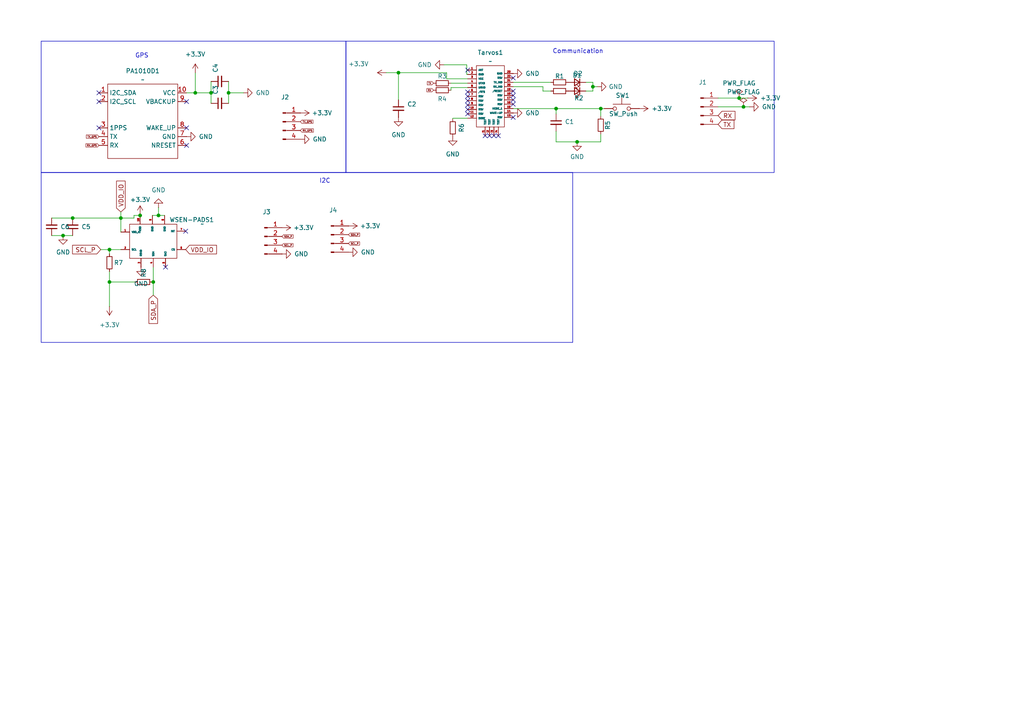
<source format=kicad_sch>
(kicad_sch (version 20231120) (generator "eeschema") (generator_version "8.0")
  (paper "A4")
  (lib_symbols
    (symbol "Connector:Conn_01x04_Pin" (pin_names (offset 1.016) hide)
      (property "Reference" "J" (at 0 5.08 0))
      (property "Value" "Conn_01x04_Pin" (at 0 -7.62 0))
      (symbol "Conn_01x04_Pin_1_1"
        (polyline (pts (xy 1.27 -5.08) (xy 0.8636 -5.08)) (stroke (width 0.1524)))
        (polyline (pts (xy 1.27 -2.54) (xy 0.8636 -2.54)) (stroke (width 0.1524)))
        (polyline (pts (xy 1.27 0) (xy 0.8636 0)) (stroke (width 0.1524)))
        (polyline (pts (xy 1.27 2.54) (xy 0.8636 2.54)) (stroke (width 0.1524)))
        (rectangle (start 0.8636 -4.953) (end 0 -5.207) (stroke (width 0.1524)) (fill (type outline)))
        (rectangle (start 0.8636 -2.413) (end 0 -2.667) (stroke (width 0.1524)) (fill (type outline)))
        (rectangle (start 0.8636 0.127) (end 0 -0.127) (stroke (width 0.1524)) (fill (type outline)))
        (rectangle (start 0.8636 2.667) (end 0 2.413) (stroke (width 0.1524)) (fill (type outline)))
        (pin passive line (at 5.08 2.54 180) (length 3.81) (name "Pin_1") (number "1"))
        (pin passive line (at 5.08 0 180) (length 3.81) (name "Pin_2") (number "2"))
        (pin passive line (at 5.08 -2.54 180) (length 3.81) (name "Pin_3") (number "3"))
        (pin passive line (at 5.08 -5.08 180) (length 3.81) (name "Pin_4") (number "4"))
      )
    )
    (symbol "Device:C_Small" (pin_numbers hide) (pin_names (offset 0.254) hide)
      (property "Reference" "C" (at 0.254 1.778 0))
      (property "Value" "C_Small" (at 0.254 -2.032 0))
      (symbol "C_Small_0_1"
        (polyline (pts (xy -1.524 -0.508) (xy 1.524 -0.508)) (stroke (width 0.3302)))
        (polyline (pts (xy -1.524 0.508) (xy 1.524 0.508)) (stroke (width 0.3048)))
      )
      (symbol "C_Small_1_1"
        (pin passive line (at 0 2.54 270) (length 2.032) (name "~") (number "1"))
        (pin passive line (at 0 -2.54 90) (length 2.032) (name "~") (number "2"))
      )
    )
    (symbol "Device:LED_Small" (pin_numbers hide) (pin_names (offset 0.254) hide)
      (property "Reference" "D" (at -1.27 3.175 0))
      (property "Value" "LED_Small" (at -4.445 -2.54 0))
      (symbol "LED_Small_0_1"
        (polyline (pts (xy -0.762 -1.016) (xy -0.762 1.016)) (stroke (width 0.254)))
        (polyline (pts (xy 1.016 0) (xy -0.762 0)))
        (polyline (pts (xy 0.762 -1.016) (xy -0.762 0) (xy 0.762 1.016) (xy 0.762 -1.016)) (stroke (width 0.254)))
        (polyline (pts (xy 0 0.762) (xy -0.508 1.27) (xy -0.254 1.27) (xy -0.508 1.27) (xy -0.508 1.016)))
        (polyline (pts (xy 0.508 1.27) (xy 0 1.778) (xy 0.254 1.778) (xy 0 1.778) (xy 0 1.524)))
      )
      (symbol "LED_Small_1_1"
        (pin passive line (at -2.54 0 0) (length 1.778) (name "K") (number "1"))
        (pin passive line (at 2.54 0 180) (length 1.778) (name "A") (number "2"))
      )
    )
    (symbol "Device:R_Small" (pin_numbers hide) (pin_names (offset 0.254) hide)
      (property "Reference" "R" (at 0.762 0.508 0))
      (property "Value" "R_Small" (at 0.762 -1.016 0))
      (symbol "R_Small_0_1"
        (rectangle (start -0.762 1.778) (end 0.762 -1.778) (stroke (width 0.2032)))
      )
      (symbol "R_Small_1_1"
        (pin passive line (at 0 2.54 270) (length 0.762) (name "~") (number "1"))
        (pin passive line (at 0 -2.54 90) (length 0.762) (name "~") (number "2"))
      )
    )
    (symbol "PA1010D:PA1010D"
      (property "Reference" "PA1010D" (at 0 3.048 0))
      (symbol "PA1010D_0_1"
        (rectangle (start -8.89 0) (end 11.43 -21.59))
      )
      (symbol "PA1010D_1_1"
        (pin input line (at -11.43 -2.54 0) (length 2.54) (name "I2C_SDA") (number "1"))
        (pin power_in line (at 13.97 -2.54 180) (length 2.54) (name "VCC") (number "10"))
        (pin input line (at -11.43 -5.08 0) (length 2.54) (name "I2C_SCL") (number "2"))
        (pin input line (at -11.43 -12.7 0) (length 2.54) (name "1PPS") (number "3"))
        (pin output line (at -11.43 -15.24 0) (length 2.54) (name "TX") (number "4"))
        (pin input line (at -11.43 -17.78 0) (length 2.54) (name "RX") (number "5"))
        (pin input line (at 13.97 -17.78 180) (length 2.54) (name "NRESET") (number "6"))
        (pin power_in line (at 13.97 -15.24 180) (length 2.54) (name "GND") (number "7"))
        (pin input line (at 13.97 -12.7 180) (length 2.54) (name "WAKE_UP") (number "8"))
        (pin power_in line (at 13.97 -5.08 180) (length 2.54) (name "VBACKUP") (number "9"))
      )
    )
    (symbol "Switch:SW_Push" (pin_numbers hide) (pin_names (offset 1.016) hide)
      (property "Reference" "SW" (at 1.27 2.54 0))
      (property "Value" "SW_Push" (at 0 -1.524 0))
      (symbol "SW_Push_0_1"
        (circle (center -2.032 0) (radius 0.508))
        (polyline (pts (xy 0 1.27) (xy 0 3.048)))
        (polyline (pts (xy 2.54 1.27) (xy -2.54 1.27)))
        (circle (center 2.032 0) (radius 0.508))
        (pin passive line (at -5.08 0 0) (length 2.54) (name "1") (number "1"))
        (pin passive line (at 5.08 0 180) (length 2.54) (name "2") (number "2"))
      )
    )
    (symbol "Tarvos III:Tarvos"
      (property "Reference" "Tarvos" (at 0 0 0))
      (symbol "Tarvos_0_1"
        (rectangle (start -3.81 -1.27) (end 4.318 -19.05))
      )
      (symbol "Tarvos_1_1"
        (pin input line (at -6.35 -2.54 0) (length 2.54) (name "ANT") (number "1"))
        (pin input line (at -6.35 -13.97 0) (length 2.54) (name "RSV") (number "10"))
        (pin input line (at -6.35 -15.24 0) (length 2.54) (name "RSV") (number "11"))
        (pin input line (at -6.35 -16.51 0) (length 2.54) (name "BOOT") (number "12"))
        (pin input line (at 6.858 -16.256 180) (length 2.54) (name "RSV") (number "13"))
        (pin input line (at 6.858 -14.986 180) (length 2.54) (name "WAKE-UP") (number "14"))
        (pin input line (at 6.858 -13.716 180) (length 2.54) (name "MODE_1") (number "15"))
        (pin input line (at 6.858 -12.446 180) (length 2.54) (name "RSV") (number "16"))
        (pin input line (at 6.858 -11.176 180) (length 2.54) (name "RSV") (number "17"))
        (pin input line (at 6.858 -9.906 180) (length 2.54) (name "RSV") (number "18"))
        (pin input line (at 6.858 -8.636 180) (length 2.54) (name "/RESET") (number "19"))
        (pin input line (at -6.35 -3.81 0) (length 2.54) (name "GND") (number "2"))
        (pin input line (at 6.858 -7.366 180) (length 2.54) (name "RX_IND") (number "20"))
        (pin input line (at 6.858 -6.096 180) (length 2.54) (name "TX_IND") (number "21"))
        (pin input line (at 6.858 -4.826 180) (length 2.54) (name "RSV") (number "22"))
        (pin input line (at 6.858 -3.556 180) (length 2.54) (name "GND") (number "23"))
        (pin input line (at -6.35 -5.08 0) (length 2.54) (name "VCC") (number "3"))
        (pin input line (at -6.35 -6.35 0) (length 2.54) (name "UTXD") (number "4"))
        (pin input line (at -6.35 -7.62 0) (length 2.54) (name "URXD") (number "5"))
        (pin input line (at -6.35 -8.89 0) (length 2.54) (name "/RTS") (number "6"))
        (pin input line (at -6.35 -10.16 0) (length 2.54) (name "RSV") (number "7"))
        (pin input line (at -6.35 -11.43 0) (length 2.54) (name "RSV") (number "8"))
        (pin input line (at -6.35 -12.7 0) (length 2.54) (name "RSV") (number "9"))
        (pin input line (at -1.27 -21.59 90) (length 2.54) (name "TEST") (number "i1"))
        (pin input line (at 0 -21.59 90) (length 2.54) (name "TEST") (number "i2"))
        (pin input line (at 1.27 -21.59 90) (length 2.54) (name "TEST") (number "i3"))
        (pin input line (at 2.54 -21.59 90) (length 2.54) (name "TEST") (number "i4"))
      )
    )
    (symbol "WSEN-PADS:WSEN-PADS"
      (property "Reference" "WSEN-PADS" (at 0 -8.128 0))
      (symbol "WSEN-PADS_0_1"
        (rectangle (start -6.604 -4.064) (end 7.112 -13.97))
      )
      (symbol "WSEN-PADS_1_1"
        (pin input line (at -9.144 -6.35 0) (length 2.54) (name "VDD_IO") (number "1"))
        (pin input line (at -3.556 -1.524 270) (length 2.54) (name "VDD") (number "10"))
        (pin input line (at -9.144 -11.43 0) (length 2.54) (name "SCL") (number "2"))
        (pin input line (at -3.302 -16.51 90) (length 2.54) (name "RSVD") (number "3"))
        (pin input line (at 0.254 -16.51 90) (length 2.54) (name "SDA") (number "4"))
        (pin input line (at 3.81 -16.51 90) (length 2.54) (name "SAO") (number "5"))
        (pin input line (at 9.652 -11.43 180) (length 2.54) (name "CS") (number "6"))
        (pin input line (at 9.652 -6.096 180) (length 2.54) (name "INT") (number "7"))
        (pin input line (at 3.556 -1.524 270) (length 2.54) (name "GND") (number "8"))
        (pin input line (at 0 -1.524 270) (length 2.54) (name "GND") (number "9"))
      )
    )
    (symbol "power:+3.3V" (power) (pin_numbers hide) (pin_names (offset 0) hide)
      (property "Value" "+3.3V" (at 0 3.556 0))
      (symbol "+3.3V_0_1"
        (polyline (pts (xy -0.762 1.27) (xy 0 2.54)))
        (polyline (pts (xy 0 0) (xy 0 2.54)))
        (polyline (pts (xy 0 2.54) (xy 0.762 1.27)))
      )
      (symbol "+3.3V_1_1"
        (pin power_in line (at 0 0 90) (length 0) (name "~") (number "1"))
      )
    )
    (symbol "power:GND" (power) (pin_numbers hide) (pin_names (offset 0) hide)
      (property "Value" "GND" (at 0 -3.81 0))
      (symbol "GND_0_1"
        (polyline (pts (xy 0 0) (xy 0 -1.27) (xy 1.27 -1.27) (xy 0 -2.54) (xy -1.27 -1.27) (xy 0 -1.27)))
      )
      (symbol "GND_1_1"
        (pin power_in line (at 0 0 270) (length 0) (name "~") (number "1"))
      )
    )
    (symbol "power:PWR_FLAG" (power) (pin_numbers hide) (pin_names (offset 0) hide)
      (property "Value" "PWR_FLAG" (at 0 3.81 0))
      (symbol "PWR_FLAG_0_0"
        (pin power_out line (at 0 0 90) (length 0) (name "~") (number "1"))
      )
      (symbol "PWR_FLAG_0_1"
        (polyline (pts (xy 0 0) (xy 0 1.27) (xy -1.016 1.905) (xy 0 2.54) (xy 1.016 1.905) (xy 0 1.27)))
      )
    )
  )
  (junction (at 21.082 63.246))
  (junction (at 31.75 81.788))
  (junction (at 66.294 26.924))
  (junction (at 171.958 25.146))
  (junction (at 35.052 63.246))
  (junction (at 56.642 26.924))
  (junction (at 18.288 68.326))
  (junction (at 61.214 26.924))
  (junction (at 215.646 30.988))
  (junction (at 174.244 31.496))
  (junction (at 115.57 21.082))
  (junction (at 40.64 62.484))
  (junction (at 161.29 31.496))
  (junction (at 45.974 62.484))
  (junction (at 214.376 28.448))
  (junction (at 167.386 41.148))
  (junction (at 31.75 72.39))
  (junction (at 44.45 81.788))
  (no_connect (at 140.716 39.37))
  (no_connect (at 148.844 30.226))
  (no_connect (at 141.986 39.37))
  (no_connect (at 144.526 39.37))
  (no_connect (at 135.636 26.67))
  (no_connect (at 135.636 30.48))
  (no_connect (at 148.844 28.956))
  (no_connect (at 54.102 42.164))
  (no_connect (at 148.844 26.416))
  (no_connect (at 54.102 37.084))
  (no_connect (at 143.256 39.37))
  (no_connect (at 135.636 31.75))
  (no_connect (at 135.636 33.02))
  (no_connect (at 148.844 27.686))
  (no_connect (at 148.844 22.606))
  (no_connect (at 28.702 29.464))
  (no_connect (at 148.844 34.036))
  (no_connect (at 54.102 29.464))
  (no_connect (at 53.848 67.056))
  (no_connect (at 28.702 26.924))
  (no_connect (at 48.006 77.47))
  (no_connect (at 135.636 20.32))
  (no_connect (at 135.636 29.21))
  (no_connect (at 135.636 27.94))
  (no_connect (at 28.702 37.084))
  (wire (pts (xy 173.228 25.146) (xy 171.958 25.146)))
  (wire (pts (xy 66.294 26.924) (xy 70.612 26.924)))
  (wire (pts (xy 159.766 23.876) (xy 148.844 23.876)))
  (wire (pts (xy 44.45 77.47) (xy 44.45 81.788)))
  (wire (pts (xy 31.75 81.788) (xy 39.116 81.788)))
  (wire (pts (xy 40.64 62.23) (xy 40.64 62.484)))
  (wire (pts (xy 161.29 31.496) (xy 174.244 31.496)))
  (wire (pts (xy 66.294 23.622) (xy 66.294 26.924)))
  (wire (pts (xy 44.196 81.788) (xy 44.45 81.788)))
  (wire (pts (xy 56.642 21.082) (xy 56.642 26.924)))
  (wire (pts (xy 14.986 63.246) (xy 21.082 63.246)))
  (wire (pts (xy 31.75 72.39) (xy 35.052 72.39)))
  (wire (pts (xy 157.48 26.416) (xy 157.48 25.146)))
  (wire (pts (xy 38.862 63.246) (xy 38.862 62.484)))
  (wire (pts (xy 129.54 22.86) (xy 135.636 22.86)))
  (wire (pts (xy 217.424 30.988) (xy 215.646 30.988)))
  (wire (pts (xy 35.052 61.468) (xy 35.052 63.246)))
  (wire (pts (xy 54.102 26.924) (xy 56.642 26.924)))
  (wire (pts (xy 45.974 62.484) (xy 47.752 62.484)))
  (wire (pts (xy 130.81 25.4) (xy 130.81 26.162)))
  (wire (pts (xy 216.916 28.448) (xy 214.376 28.448)))
  (wire (pts (xy 31.75 81.788) (xy 31.75 78.74)))
  (wire (pts (xy 135.636 34.29) (xy 131.318 34.29)))
  (wire (pts (xy 135.382 18.796) (xy 135.382 21.59)))
  (wire (pts (xy 129.54 21.082) (xy 129.54 22.86)))
  (wire (pts (xy 31.75 88.9) (xy 31.75 81.788)))
  (wire (pts (xy 31.75 73.66) (xy 31.75 72.39)))
  (wire (pts (xy 159.766 26.416) (xy 157.48 26.416)))
  (wire (pts (xy 169.926 23.876) (xy 171.958 23.876)))
  (wire (pts (xy 61.214 26.924) (xy 61.214 29.972)))
  (wire (pts (xy 130.81 24.13) (xy 135.636 24.13)))
  (wire (pts (xy 35.052 63.246) (xy 35.052 67.31)))
  (wire (pts (xy 167.386 41.148) (xy 174.244 41.148)))
  (wire (pts (xy 21.082 63.246) (xy 35.052 63.246)))
  (wire (pts (xy 214.376 28.448) (xy 208.28 28.448)))
  (wire (pts (xy 174.244 31.496) (xy 174.244 33.782)))
  (wire (pts (xy 45.974 60.198) (xy 45.974 62.484)))
  (wire (pts (xy 215.646 30.988) (xy 208.28 30.988)))
  (wire (pts (xy 18.288 68.326) (xy 21.082 68.326)))
  (wire (pts (xy 171.958 25.146) (xy 171.958 26.416)))
  (wire (pts (xy 128.778 18.796) (xy 135.382 18.796)))
  (wire (pts (xy 29.21 72.39) (xy 31.75 72.39)))
  (wire (pts (xy 135.382 21.59) (xy 135.636 21.59)))
  (wire (pts (xy 148.844 31.496) (xy 161.29 31.496)))
  (wire (pts (xy 61.214 23.622) (xy 61.214 26.924)))
  (wire (pts (xy 135.636 25.4) (xy 130.81 25.4)))
  (wire (pts (xy 115.57 21.082) (xy 115.57 28.956)))
  (wire (pts (xy 14.986 68.326) (xy 18.288 68.326)))
  (wire (pts (xy 171.958 23.876) (xy 171.958 25.146)))
  (wire (pts (xy 161.29 41.148) (xy 167.386 41.148)))
  (wire (pts (xy 66.294 26.924) (xy 66.294 29.972)))
  (wire (pts (xy 174.244 41.148) (xy 174.244 38.862)))
  (wire (pts (xy 115.57 21.082) (xy 129.54 21.082)))
  (wire (pts (xy 56.642 26.924) (xy 61.214 26.924)))
  (wire (pts (xy 157.48 25.146) (xy 148.844 25.146)))
  (wire (pts (xy 38.862 62.484) (xy 40.64 62.484)))
  (wire (pts (xy 161.29 31.496) (xy 161.29 33.02)))
  (wire (pts (xy 44.196 62.484) (xy 45.974 62.484)))
  (wire (pts (xy 131.318 34.29) (xy 131.318 34.544)))
  (wire (pts (xy 112.014 21.082) (xy 115.57 21.082)))
  (wire (pts (xy 169.926 26.416) (xy 171.958 26.416)))
  (wire (pts (xy 35.052 63.246) (xy 38.862 63.246)))
  (wire (pts (xy 174.244 31.496) (xy 175.26 31.496)))
  (wire (pts (xy 44.45 81.788) (xy 44.45 85.598)))
  (wire (pts (xy 161.29 38.1) (xy 161.29 41.148)))
  (rectangle (start 11.938 50.038) (end 166.116 99.314))
  (rectangle (start 11.938 11.938) (end 100.33 50.038))
  (rectangle (start 100.33 11.938) (end 224.536 50.038))
  (text "Communication" (at 167.64 14.986 0) (effects (font (size 1.27 1.27))))
  (text "GPS\n" (at 41.148 16.256 0) (effects (font (size 1.27 1.27))))
  (text "I2C" (at 94.234 52.578 0) (effects (font (size 1.27 1.27))))
  (global_label "SCL_P" (shape input) (at 81.788 71.12 0) (effects (font (size 0.5 0.5))) (property "Intersheetrefs" "${INTERSHEET_REFS}" (effects (hide yes))))
  (global_label "SDA_P" (shape input) (at 101.092 68.072 0) (effects (font (size 0.5 0.5))) (property "Intersheetrefs" "${INTERSHEET_REFS}" (effects (hide yes))))
  (global_label "SCL_P" (shape input) (at 29.21 72.39 180) (property "Intersheetrefs" "${INTERSHEET_REFS}" (effects (hide yes))))
  (global_label "TX_GPS" (shape input) (at 28.702 39.624 180) (effects (font (size 0.5 0.5))) (property "Intersheetrefs" "${INTERSHEET_REFS}" (effects (hide yes))))
  (global_label "RX_GPS" (shape input) (at 87.122 37.846 0) (effects (font (size 0.5 0.5))) (property "Intersheetrefs" "${INTERSHEET_REFS}" (effects (hide yes))))
  (global_label "SDA_P" (shape input) (at 44.45 85.598 270) (property "Intersheetrefs" "${INTERSHEET_REFS}" (effects (hide yes))))
  (global_label "TX" (shape input) (at 125.73 24.13 180) (effects (font (size 0.5 0.5))) (property "Intersheetrefs" "${INTERSHEET_REFS}" (effects (hide yes))))
  (global_label "RX" (shape input) (at 125.73 26.162 180) (effects (font (size 0.5 0.5))) (property "Intersheetrefs" "${INTERSHEET_REFS}" (effects (hide yes))))
  (global_label "TX_GPS" (shape input) (at 87.122 35.306 0) (effects (font (size 0.5 0.5))) (property "Intersheetrefs" "${INTERSHEET_REFS}" (effects (hide yes))))
  (global_label "VDD_IO" (shape input) (at 35.052 61.468 90) (property "Intersheetrefs" "${INTERSHEET_REFS}" (effects (hide yes))))
  (global_label "SCL_P" (shape input) (at 101.092 70.612 0) (effects (font (size 0.5 0.5))) (property "Intersheetrefs" "${INTERSHEET_REFS}" (effects (hide yes))))
  (global_label "TX" (shape input) (at 208.28 36.068 0) (property "Intersheetrefs" "${INTERSHEET_REFS}" (effects (hide yes))))
  (global_label "VDD_IO" (shape input) (at 53.848 72.39 0) (property "Intersheetrefs" "${INTERSHEET_REFS}" (effects (hide yes))))
  (global_label "RX" (shape input) (at 208.28 33.528 0) (property "Intersheetrefs" "${INTERSHEET_REFS}" (effects (hide yes))))
  (global_label "SDA_P" (shape input) (at 81.788 68.58 0) (effects (font (size 0.5 0.5))) (property "Intersheetrefs" "${INTERSHEET_REFS}" (effects (hide yes))))
  (global_label "RX_GPS" (shape input) (at 28.702 42.164 180) (effects (font (size 0.5 0.5))) (property "Intersheetrefs" "${INTERSHEET_REFS}" (effects (hide yes))))
  (symbol (lib_id "Device:R_Small") (at 128.27 24.13 90) (unit 1)
    (property "Reference" "R3" (at 128.27 22.098 90))
    (property "Value" "1000" (effects (hide yes)))
    (property "Footprint" "Resistor_SMD:R_0402_1005Metric" (effects (hide yes)))
    (property "Description" "Resistor, small symbol" (effects (hide yes)))
  )
  (symbol (lib_id "power:GND") (at 45.974 60.198 180) (unit 1)
    (property "Reference" "#PWR016" (effects (hide yes)))
    (property "Value" "GND" (at 45.974 55.118 0))
    (property "Description" "Power symbol creates a global label with name \"GND\" , ground" (effects (hide yes)))
  )
  (symbol (lib_id "power:GND") (at 167.386 41.148 0) (unit 1)
    (property "Reference" "#PWR04" (effects (hide yes)))
    (property "Value" "GND" (at 167.386 45.466 0))
    (property "Description" "Power symbol creates a global label with name \"GND\" , ground" (effects (hide yes)))
  )
  (symbol (lib_id "power:GND") (at 148.844 32.766 90) (unit 1)
    (property "Reference" "#PWR02" (effects (hide yes)))
    (property "Value" "GND" (at 152.4 32.7659 90) (effects (justify right)))
    (property "Description" "Power symbol creates a global label with name \"GND\" , ground" (effects (hide yes)))
  )
  (symbol (lib_id "Device:C_Small") (at 63.754 29.972 90) (unit 1)
    (property "Reference" "C3" (at 62.4902 27.432 0) (effects (justify left)))
    (property "Value" "100u" (effects (hide yes)))
    (property "Footprint" "Capacitor_SMD:C_0402_1005Metric" (effects (hide yes)))
    (property "Description" "Unpolarized capacitor, small symbol" (effects (hide yes)))
  )
  (symbol (lib_id "power:GND") (at 131.318 39.624 0) (unit 1)
    (property "Reference" "#PWR011" (effects (hide yes)))
    (property "Value" "GND" (at 131.318 44.704 0))
    (property "Description" "Power symbol creates a global label with name \"GND\" , ground" (effects (hide yes)))
  )
  (symbol (lib_id "power:PWR_FLAG") (at 215.646 30.988 0) (unit 1)
    (property "Reference" "#FLG02" (effects (hide yes)))
    (property "Value" "PWR_FLAG" (at 215.646 26.67 0))
    (property "Description" "Special symbol for telling ERC where power comes from" (effects (hide yes)))
  )
  (symbol (lib_id "power:+3.3V") (at 216.916 28.448 270) (unit 1)
    (property "Reference" "#PWR09" (effects (hide yes)))
    (property "Value" "+3.3V" (at 220.472 28.4479 90) (effects (justify left)))
    (property "Description" "Power symbol creates a global label with name \"+3.3V\"" (effects (hide yes)))
  )
  (symbol (lib_id "Device:R_Small") (at 41.656 81.788 90) (unit 1)
    (property "Reference" "R8" (at 41.656 80.518 0) (effects (justify left)))
    (property "Value" "2.2k" (effects (hide yes)))
    (property "Footprint" "Resistor_SMD:R_0402_1005Metric" (effects (hide yes)))
    (property "Description" "Resistor, small symbol" (effects (hide yes)))
  )
  (symbol (lib_id "power:+3.3V") (at 185.42 31.496 270) (unit 1)
    (property "Reference" "#PWR03" (effects (hide yes)))
    (property "Value" "+3.3V" (at 188.976 31.4959 90) (effects (justify left)))
    (property "Description" "Power symbol creates a global label with name \"+3.3V\"" (effects (hide yes)))
  )
  (symbol (lib_id "Device:R_Small") (at 162.306 23.876 90) (unit 1)
    (property "Reference" "R1" (at 162.306 22.098 90))
    (property "Value" "220" (effects (hide yes)))
    (property "Footprint" "Resistor_SMD:R_0402_1005Metric" (effects (hide yes)))
    (property "Description" "Resistor, small symbol" (effects (hide yes)))
  )
  (symbol (lib_id "power:GND") (at 18.288 68.326 0) (unit 1)
    (property "Reference" "#PWR024" (effects (hide yes)))
    (property "Value" "GND" (at 18.288 73.152 0))
    (property "Description" "Power symbol creates a global label with name \"GND\" , ground" (effects (hide yes)))
  )
  (symbol (lib_id "Connector:Conn_01x04_Pin") (at 76.708 68.58 0) (unit 1)
    (property "Reference" "J3" (at 77.343 61.468 0))
    (property "Value" "Conn_01x04_Pin" (effects (hide yes)))
    (property "Footprint" "Connector_Wuerth:Wuerth_WR-WTB_64800411622_1x04_P1.50mm_Vertical" (effects (hide yes)))
    (property "Description" "Generic connector, single row, 01x04, script generated" (effects (hide yes)))
  )
  (symbol (lib_id "power:GND") (at 217.424 30.988 90) (unit 1)
    (property "Reference" "#PWR08" (effects (hide yes)))
    (property "Value" "GND" (at 220.98 30.9879 90) (effects (justify right)))
    (property "Description" "Power symbol creates a global label with name \"GND\" , ground" (effects (hide yes)))
  )
  (symbol (lib_id "power:GND") (at 70.612 26.924 90) (unit 1)
    (property "Reference" "#PWR012" (effects (hide yes)))
    (property "Value" "GND" (at 74.168 26.9239 90) (effects (justify right)))
    (property "Description" "Power symbol creates a global label with name \"GND\" , ground" (effects (hide yes)))
  )
  (symbol (lib_id "power:GND") (at 101.092 73.152 90) (unit 1)
    (property "Reference" "#PWR023" (effects (hide yes)))
    (property "Value" "GND" (at 104.648 73.1519 90) (effects (justify right)))
    (property "Description" "Power symbol creates a global label with name \"GND\" , ground" (effects (hide yes)))
  )
  (symbol (lib_id "power:+3.3V") (at 87.122 32.766 270) (unit 1)
    (property "Reference" "#PWR015" (effects (hide yes)))
    (property "Value" "+3.3V" (at 90.424 32.7659 90) (effects (justify left)))
    (property "Description" "Power symbol creates a global label with name \"+3.3V\"" (effects (hide yes)))
  )
  (symbol (lib_id "power:+3.3V") (at 81.788 66.04 270) (unit 1)
    (property "Reference" "#PWR020" (effects (hide yes)))
    (property "Value" "+3.3V" (at 85.09 66.0399 90) (effects (justify left)))
    (property "Description" "Power symbol creates a global label with name \"+3.3V\"" (effects (hide yes)))
  )
  (symbol (lib_id "Device:R_Small") (at 31.75 76.2 0) (unit 1)
    (property "Reference" "R7" (at 33.02 76.2 0) (effects (justify left)))
    (property "Value" "2.2k" (effects (hide yes)))
    (property "Footprint" "Resistor_SMD:R_0402_1005Metric" (effects (hide yes)))
    (property "Description" "Resistor, small symbol" (effects (hide yes)))
  )
  (symbol (lib_id "Switch:SW_Push") (at 180.34 31.496 0) (unit 1)
    (property "Reference" "SW1" (at 180.594 27.686 0))
    (property "Value" "SW_Push" (at 180.848 33.02 0))
    (property "Footprint" "Button_Switch_THT:SW_PUSH_6mm" (effects (hide yes)))
    (property "Description" "Push button switch, generic, two pins" (effects (hide yes)))
  )
  (symbol (lib_id "Connector:Conn_01x04_Pin") (at 96.012 68.072 0) (unit 1)
    (property "Reference" "J4" (at 96.647 60.96 0))
    (property "Value" "Conn_01x04_Pin" (effects (hide yes)))
    (property "Footprint" "Connector_Wuerth:Wuerth_WR-WTB_64800411622_1x04_P1.50mm_Vertical" (effects (hide yes)))
    (property "Description" "Generic connector, single row, 01x04, script generated" (effects (hide yes)))
  )
  (symbol (lib_id "Device:R_Small") (at 174.244 36.322 180) (unit 1)
    (property "Reference" "R5" (at 176.276 36.322 90))
    (property "Value" "10k" (effects (hide yes)))
    (property "Footprint" "Resistor_SMD:R_0402_1005Metric" (effects (hide yes)))
    (property "Description" "Resistor, small symbol" (effects (hide yes)))
  )
  (symbol (lib_id "power:+3.3V") (at 112.014 21.082 90) (unit 1)
    (property "Reference" "#PWR06" (effects (hide yes)))
    (property "Value" "+3.3V" (at 106.934 18.542 90) (effects (justify left)))
    (property "Description" "Power symbol creates a global label with name \"+3.3V\"" (effects (hide yes)))
  )
  (symbol (lib_id "power:GND") (at 54.102 39.624 90) (unit 1)
    (property "Reference" "#PWR013" (effects (hide yes)))
    (property "Value" "GND" (at 57.658 39.6239 90) (effects (justify right)))
    (property "Description" "Power symbol creates a global label with name \"GND\" , ground" (effects (hide yes)))
  )
  (symbol (lib_id "Device:C_Small") (at 161.29 35.56 0) (unit 1)
    (property "Reference" "C1" (at 163.83 35.306 0) (effects (justify left)))
    (property "Value" "10n" (effects (hide yes)))
    (property "Footprint" "Capacitor_SMD:C_0402_1005Metric" (effects (hide yes)))
    (property "Description" "Unpolarized capacitor, small symbol" (effects (hide yes)))
  )
  (symbol (lib_id "Device:C_Small") (at 21.082 65.786 180) (unit 1)
    (property "Reference" "C5" (at 23.622 65.7795 0) (effects (justify right)))
    (property "Value" "4.7u" (effects (hide yes)))
    (property "Footprint" "Capacitor_SMD:C_0402_1005Metric" (effects (hide yes)))
    (property "Description" "Unpolarized capacitor, small symbol" (effects (hide yes)))
  )
  (symbol (lib_id "power:GND") (at 81.788 73.66 90) (unit 1)
    (property "Reference" "#PWR021" (effects (hide yes)))
    (property "Value" "GND" (at 85.344 73.6599 90) (effects (justify right)))
    (property "Description" "Power symbol creates a global label with name \"GND\" , ground" (effects (hide yes)))
  )
  (symbol (lib_id "Connector:Conn_01x04_Pin") (at 82.042 35.306 0) (unit 1)
    (property "Reference" "J2" (at 82.677 28.194 0))
    (property "Value" "Conn_01x04_Pin" (effects (hide yes)))
    (property "Footprint" "Connector_JST:JST_SH_BM04B-SRSS-TB_1x04-1MP_P1.00mm_Vertical" (effects (hide yes)))
    (property "Description" "Generic connector, single row, 01x04, script generated" (effects (hide yes)))
  )
  (symbol (lib_id "power:+3.3V") (at 40.64 62.23 0) (unit 1)
    (property "Reference" "#PWR019" (effects (hide yes)))
    (property "Value" "+3.3V" (at 40.64 57.912 0))
    (property "Description" "Power symbol creates a global label with name \"+3.3V\"" (effects (hide yes)))
  )
  (symbol (lib_id "power:+3.3V") (at 101.092 65.532 270) (unit 1)
    (property "Reference" "#PWR022" (effects (hide yes)))
    (property "Value" "+3.3V" (at 104.394 65.5319 90) (effects (justify left)))
    (property "Description" "Power symbol creates a global label with name \"+3.3V\"" (effects (hide yes)))
  )
  (symbol (lib_id "Device:C_Small") (at 115.57 31.496 0) (unit 1)
    (property "Reference" "C2" (at 118.11 30.2322 0) (effects (justify left)))
    (property "Value" "100u" (effects (hide yes)))
    (property "Footprint" "Capacitor_SMD:C_0402_1005Metric" (effects (hide yes)))
    (property "Description" "Unpolarized capacitor, small symbol" (effects (hide yes)))
  )
  (symbol (lib_id "Device:C_Small") (at 63.754 23.622 90) (unit 1)
    (property "Reference" "C4" (at 62.4902 21.082 0) (effects (justify left)))
    (property "Value" "100u" (effects (hide yes)))
    (property "Footprint" "Capacitor_SMD:C_0402_1005Metric" (effects (hide yes)))
    (property "Description" "Unpolarized capacitor, small symbol" (effects (hide yes)))
  )
  (symbol (lib_id "power:GND") (at 40.894 77.47 0) (unit 1)
    (property "Reference" "#PWR025" (effects (hide yes)))
    (property "Value" "GND" (at 40.894 82.296 0))
    (property "Description" "Power symbol creates a global label with name \"GND\" , ground" (effects (hide yes)))
  )
  (symbol (lib_id "Device:R_Small") (at 131.318 37.084 180) (unit 1)
    (property "Reference" "R6" (at 133.858 37.084 90))
    (property "Value" "220" (effects (hide yes)))
    (property "Footprint" "Resistor_SMD:R_0402_1005Metric" (effects (hide yes)))
    (property "Description" "Resistor, small symbol" (effects (hide yes)))
  )
  (symbol (lib_id "power:GND") (at 87.122 40.386 90) (unit 1)
    (property "Reference" "#PWR017" (effects (hide yes)))
    (property "Value" "GND" (at 90.678 40.3859 90) (effects (justify right)))
    (property "Description" "Power symbol creates a global label with name \"GND\" , ground" (effects (hide yes)))
  )
  (symbol (lib_id "Connector:Conn_01x04_Pin") (at 203.2 30.988 0) (unit 1)
    (property "Reference" "J1" (at 203.835 23.876 0))
    (property "Value" "Conn_01x04_Pin" (effects (hide yes)))
    (property "Footprint" "Connector_JST:JST_SH_BM04B-SRSS-TB_1x04-1MP_P1.00mm_Vertical" (effects (hide yes)))
    (property "Description" "Generic connector, single row, 01x04, script generated" (effects (hide yes)))
  )
  (symbol (lib_id "power:+3.3V") (at 56.642 21.082 0) (unit 1)
    (property "Reference" "#PWR014" (effects (hide yes)))
    (property "Value" "+3.3V" (at 56.642 15.748 0))
    (property "Description" "Power symbol creates a global label with name \"+3.3V\"" (effects (hide yes)))
  )
  (symbol (lib_id "Device:R_Small") (at 162.306 26.416 90) (unit 1)
    (property "Reference" "R2" (at 167.894 28.448 90))
    (property "Value" "220" (effects (hide yes)))
    (property "Footprint" "Resistor_SMD:R_0402_1005Metric" (effects (hide yes)))
    (property "Description" "Resistor, small symbol" (effects (hide yes)))
  )
  (symbol (lib_id "WSEN-PADS:WSEN-PADS") (at 44.196 60.96 0) (unit 1)
    (property "Reference" "WSEN-PADS1" (at 55.626 63.754 0))
    (property "Value" "~" (at 58.674 64.9713 0))
    (property "Footprint" "WSEN-PADS:WSEN-PADS" (effects (hide yes)))
  )
  (symbol (lib_id "power:GND") (at 173.228 25.146 90) (unit 1)
    (property "Reference" "#PWR01" (effects (hide yes)))
    (property "Value" "GND" (at 176.53 25.1459 90) (effects (justify right)))
    (property "Description" "Power symbol creates a global label with name \"GND\" , ground" (effects (hide yes)))
  )
  (symbol (lib_id "Device:LED_Small") (at 167.386 23.876 180) (unit 1)
    (property "Reference" "D1" (at 167.386 21.844 0))
    (property "Value" "LED_Small" (effects (hide yes)))
    (property "Footprint" "LED_SMD:LED_0603_1608Metric" (effects (hide yes)))
    (property "Description" "Light emitting diode, small symbol" (effects (hide yes)))
  )
  (symbol (lib_id "Tarvos III:Tarvos") (at 141.986 17.78 0) (unit 1)
    (property "Reference" "Tarvos1" (at 142.24 15.24 0))
    (property "Value" "~" (at 142.24 17.78 0))
    (property "Footprint" "Tarvos III:Tarvos III" (effects (hide yes)))
  )
  (symbol (lib_id "PA1010D:PA1010D") (at 40.132 24.384 0) (unit 1)
    (property "Reference" "PA1010D1" (at 41.402 20.574 0))
    (property "Value" "~" (at 41.402 23.114 0))
    (property "Footprint" "PA1010D:PA1010D" (effects (hide yes)))
  )
  (symbol (lib_id "Device:R_Small") (at 128.27 26.162 90) (unit 1)
    (property "Reference" "R4" (at 128.27 28.702 90))
    (property "Value" "1000" (effects (hide yes)))
    (property "Footprint" "Resistor_SMD:R_0402_1005Metric" (effects (hide yes)))
    (property "Description" "Resistor, small symbol" (effects (hide yes)))
  )
  (symbol (lib_id "power:PWR_FLAG") (at 214.376 28.448 0) (unit 1)
    (property "Reference" "#FLG01" (effects (hide yes)))
    (property "Value" "PWR_FLAG" (at 214.376 24.13 0))
    (property "Description" "Special symbol for telling ERC where power comes from" (effects (hide yes)))
  )
  (symbol (lib_id "Device:C_Small") (at 14.986 65.786 180) (unit 1)
    (property "Reference" "C6" (at 17.526 65.7795 0) (effects (justify right)))
    (property "Value" "100n" (effects (hide yes)))
    (property "Footprint" "Capacitor_SMD:C_0402_1005Metric" (effects (hide yes)))
    (property "Description" "Unpolarized capacitor, small symbol" (effects (hide yes)))
  )
  (symbol (lib_id "power:GND") (at 115.57 34.036 0) (unit 1)
    (property "Reference" "#PWR010" (effects (hide yes)))
    (property "Value" "GND" (at 115.57 39.116 0))
    (property "Description" "Power symbol creates a global label with name \"GND\" , ground" (effects (hide yes)))
  )
  (symbol (lib_id "Device:LED_Small") (at 167.386 26.416 180) (unit 1)
    (property "Reference" "D2" (at 167.64 21.336 0))
    (property "Value" "LED_Small" (effects (hide yes)))
    (property "Footprint" "LED_SMD:LED_0603_1608Metric" (effects (hide yes)))
    (property "Description" "Light emitting diode, small symbol" (effects (hide yes)))
  )
  (symbol (lib_id "power:+3.3V") (at 31.75 88.9 180) (unit 1)
    (property "Reference" "#PWR018" (effects (hide yes)))
    (property "Value" "+3.3V" (at 31.75 94.234 0))
    (property "Description" "Power symbol creates a global label with name \"+3.3V\"" (effects (hide yes)))
  )
  (symbol (lib_id "power:GND") (at 128.778 18.796 270) (unit 1)
    (property "Reference" "#PWR07" (effects (hide yes)))
    (property "Value" "GND" (at 125.222 18.7959 90) (effects (justify right)))
    (property "Description" "Power symbol creates a global label with name \"GND\" , ground" (effects (hide yes)))
  )
  (symbol (lib_id "power:GND") (at 148.844 21.336 90) (unit 1)
    (property "Reference" "#PWR05" (effects (hide yes)))
    (property "Value" "GND" (at 152.4 21.3359 90) (effects (justify right)))
    (property "Description" "Power symbol creates a global label with name \"GND\" , ground" (effects (hide yes)))
  )
)
</source>
